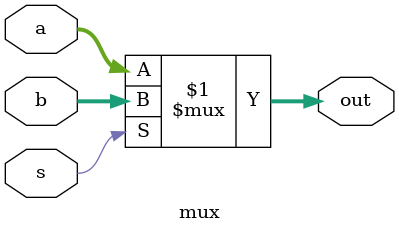
<source format=v>
module mux (a, b, s, out);

	input [31:0] a;
	input [31:0] b;
	input s;

	output [31:0] out;

	assign out = s ? b : a;

endmodule
</source>
